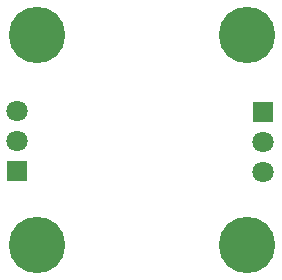
<source format=gbs>
G04*
G04 #@! TF.GenerationSoftware,Altium Limited,Altium Designer,20.1.14 (287)*
G04*
G04 Layer_Color=16711935*
%FSLAX25Y25*%
%MOIN*%
G70*
G04*
G04 #@! TF.SameCoordinates,1C3036EA-9198-4DC0-AC4A-3EF54EA2E58D*
G04*
G04*
G04 #@! TF.FilePolarity,Negative*
G04*
G01*
G75*
%ADD32C,0.18800*%
%ADD33C,0.07099*%
%ADD34R,0.07099X0.07099*%
D32*
X15000Y15000D02*
D03*
X85000Y85000D02*
D03*
X15000D02*
D03*
X85000Y15000D02*
D03*
D33*
X8366Y59803D02*
D03*
Y49803D02*
D03*
X90158Y39213D02*
D03*
Y49213D02*
D03*
D34*
X8366Y39803D02*
D03*
X90158Y59213D02*
D03*
M02*

</source>
